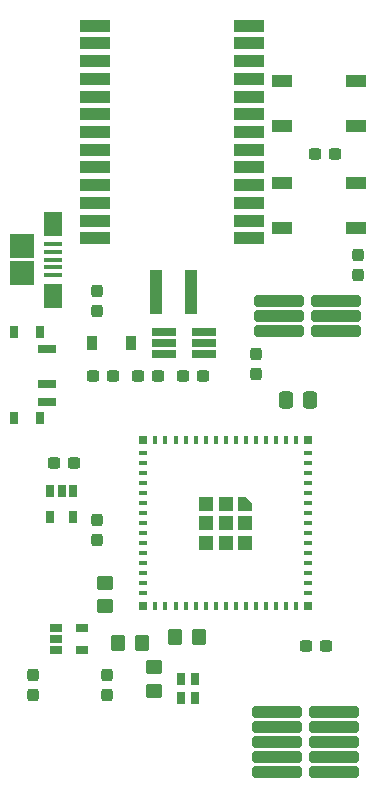
<source format=gbr>
%TF.GenerationSoftware,KiCad,Pcbnew,6.0.7-f9a2dced07~116~ubuntu20.04.1*%
%TF.CreationDate,2022-09-04T18:40:54+02:00*%
%TF.ProjectId,USBRadio,55534252-6164-4696-9f2e-6b696361645f,rev?*%
%TF.SameCoordinates,Original*%
%TF.FileFunction,Paste,Top*%
%TF.FilePolarity,Positive*%
%FSLAX46Y46*%
G04 Gerber Fmt 4.6, Leading zero omitted, Abs format (unit mm)*
G04 Created by KiCad (PCBNEW 6.0.7-f9a2dced07~116~ubuntu20.04.1) date 2022-09-04 18:40:54*
%MOMM*%
%LPD*%
G01*
G04 APERTURE LIST*
G04 Aperture macros list*
%AMRoundRect*
0 Rectangle with rounded corners*
0 $1 Rounding radius*
0 $2 $3 $4 $5 $6 $7 $8 $9 X,Y pos of 4 corners*
0 Add a 4 corners polygon primitive as box body*
4,1,4,$2,$3,$4,$5,$6,$7,$8,$9,$2,$3,0*
0 Add four circle primitives for the rounded corners*
1,1,$1+$1,$2,$3*
1,1,$1+$1,$4,$5*
1,1,$1+$1,$6,$7*
1,1,$1+$1,$8,$9*
0 Add four rect primitives between the rounded corners*
20,1,$1+$1,$2,$3,$4,$5,0*
20,1,$1+$1,$4,$5,$6,$7,0*
20,1,$1+$1,$6,$7,$8,$9,0*
20,1,$1+$1,$8,$9,$2,$3,0*%
%AMFreePoly0*
4,1,6,0.600000,-0.600000,-0.600000,-0.600000,-0.600000,0.000000,0.000000,0.600000,0.600000,0.600000,0.600000,-0.600000,0.600000,-0.600000,$1*%
G04 Aperture macros list end*
%ADD10R,0.720000X1.000000*%
%ADD11RoundRect,0.250000X-0.450000X0.350000X-0.450000X-0.350000X0.450000X-0.350000X0.450000X0.350000X0*%
%ADD12RoundRect,0.250000X-0.350000X-0.450000X0.350000X-0.450000X0.350000X0.450000X-0.350000X0.450000X0*%
%ADD13RoundRect,0.237500X-0.300000X-0.237500X0.300000X-0.237500X0.300000X0.237500X-0.300000X0.237500X0*%
%ADD14RoundRect,0.237500X-0.237500X0.300000X-0.237500X-0.300000X0.237500X-0.300000X0.237500X0.300000X0*%
%ADD15RoundRect,0.237500X0.237500X-0.300000X0.237500X0.300000X-0.237500X0.300000X-0.237500X-0.300000X0*%
%ADD16R,1.650000X0.400000*%
%ADD17R,1.600000X2.100000*%
%ADD18R,2.000000X2.000000*%
%ADD19RoundRect,0.250000X0.450000X-0.350000X0.450000X0.350000X-0.450000X0.350000X-0.450000X-0.350000X0*%
%ADD20R,0.800000X1.000000*%
%ADD21R,1.500000X0.700000*%
%ADD22R,0.650000X1.060000*%
%ADD23R,1.060000X0.650000*%
%ADD24RoundRect,0.250000X0.350000X0.450000X-0.350000X0.450000X-0.350000X-0.450000X0.350000X-0.450000X0*%
%ADD25R,0.400000X0.800000*%
%ADD26R,0.800000X0.400000*%
%ADD27R,1.200000X1.200000*%
%ADD28R,0.800000X0.800000*%
%ADD29FreePoly0,270.000000*%
%ADD30R,0.900000X1.200000*%
%ADD31RoundRect,0.147059X1.952941X0.352941X-1.952941X0.352941X-1.952941X-0.352941X1.952941X-0.352941X0*%
%ADD32RoundRect,0.250000X1.850000X0.250000X-1.850000X0.250000X-1.850000X-0.250000X1.850000X-0.250000X0*%
%ADD33RoundRect,0.147059X-1.952941X-0.352941X1.952941X-0.352941X1.952941X0.352941X-1.952941X0.352941X0*%
%ADD34RoundRect,0.250000X-1.850000X-0.250000X1.850000X-0.250000X1.850000X0.250000X-1.850000X0.250000X0*%
%ADD35RoundRect,0.237500X0.300000X0.237500X-0.300000X0.237500X-0.300000X-0.237500X0.300000X-0.237500X0*%
%ADD36R,1.700000X1.000000*%
%ADD37R,2.000000X0.650000*%
%ADD38RoundRect,0.250000X-0.337500X-0.475000X0.337500X-0.475000X0.337500X0.475000X-0.337500X0.475000X0*%
%ADD39R,2.500000X1.100000*%
%ADD40R,1.100000X3.700000*%
G04 APERTURE END LIST*
D10*
%TO.C,D2*%
X121342000Y-91420000D03*
X121342000Y-93020000D03*
X120162000Y-93020000D03*
X120162000Y-91420000D03*
%TD*%
D11*
%TO.C,R5*%
X117856000Y-90456000D03*
X117856000Y-92456000D03*
%TD*%
D12*
%TO.C,R6*%
X114824000Y-88392000D03*
X116824000Y-88392000D03*
%TD*%
D13*
%TO.C,C1*%
X109373500Y-73152000D03*
X111098500Y-73152000D03*
%TD*%
D14*
%TO.C,C3*%
X113045200Y-77947060D03*
X113045200Y-79672060D03*
%TD*%
D15*
%TO.C,C8*%
X113873280Y-92789020D03*
X113873280Y-91064020D03*
%TD*%
D14*
%TO.C,C9*%
X107609640Y-91069100D03*
X107609640Y-92794100D03*
%TD*%
D16*
%TO.C,J1*%
X109285640Y-54632680D03*
X109285640Y-55282680D03*
X109285640Y-55932680D03*
X109285640Y-56582680D03*
X109285640Y-57232680D03*
D17*
X109320640Y-59032680D03*
D18*
X106720640Y-54782680D03*
D17*
X109335640Y-52882680D03*
D18*
X106720640Y-57082680D03*
%TD*%
D19*
%TO.C,R4*%
X113731040Y-85270960D03*
X113731040Y-83270960D03*
%TD*%
D20*
%TO.C,SW1*%
X108196600Y-69348360D03*
X108196600Y-62048360D03*
X105986600Y-62048360D03*
X105986600Y-69348360D03*
D21*
X108846600Y-63448360D03*
X108846600Y-66448360D03*
X108846600Y-67948360D03*
%TD*%
D22*
%TO.C,U2*%
X110998000Y-75524000D03*
X110048000Y-75524000D03*
X109098000Y-75524000D03*
X109098000Y-77724000D03*
X110998000Y-77724000D03*
%TD*%
D23*
%TO.C,U4*%
X109588120Y-87110640D03*
X109588120Y-88060640D03*
X109588120Y-89010640D03*
X111788120Y-89010640D03*
X111788120Y-87110640D03*
%TD*%
D24*
%TO.C,R1*%
X121650000Y-87884000D03*
X119650000Y-87884000D03*
%TD*%
D25*
%TO.C,U5*%
X129892000Y-71232000D03*
X129042000Y-71232000D03*
X128192000Y-71232000D03*
X127342000Y-71232000D03*
X126492000Y-71232000D03*
X125642000Y-71232000D03*
X124792000Y-71232000D03*
X123942000Y-71232000D03*
X123092000Y-71232000D03*
X122242000Y-71232000D03*
X121392000Y-71232000D03*
X120542000Y-71232000D03*
X119692000Y-71232000D03*
X118842000Y-71232000D03*
X117992000Y-71232000D03*
D26*
X116942000Y-72282000D03*
X116942000Y-73132000D03*
X116942000Y-73982000D03*
X116942000Y-74832000D03*
X116942000Y-75682000D03*
X116942000Y-76532000D03*
X116942000Y-77382000D03*
X116942000Y-78232000D03*
X116942000Y-79082000D03*
X116942000Y-79932000D03*
X116942000Y-80782000D03*
X116942000Y-81632000D03*
X116942000Y-82482000D03*
X116942000Y-83332000D03*
X116942000Y-84182000D03*
D25*
X117992000Y-85232000D03*
X118842000Y-85232000D03*
X119692000Y-85232000D03*
X120542000Y-85232000D03*
X121392000Y-85232000D03*
X122242000Y-85232000D03*
X123092000Y-85232000D03*
X123942000Y-85232000D03*
X124792000Y-85232000D03*
X125642000Y-85232000D03*
X126492000Y-85232000D03*
X127342000Y-85232000D03*
X128192000Y-85232000D03*
X129042000Y-85232000D03*
X129892000Y-85232000D03*
D26*
X130942000Y-80782000D03*
X130942000Y-84182000D03*
D27*
X123942000Y-79882000D03*
X125592000Y-78232000D03*
D26*
X130942000Y-73132000D03*
X130942000Y-74832000D03*
D28*
X116942000Y-85232000D03*
X130942000Y-85232000D03*
D26*
X130942000Y-77382000D03*
D27*
X125592000Y-79882000D03*
D26*
X130942000Y-73982000D03*
X130942000Y-72282000D03*
D27*
X122292000Y-78232000D03*
X122292000Y-76582000D03*
X123942000Y-76582000D03*
X123942000Y-78232000D03*
D28*
X130942000Y-71232000D03*
D26*
X130942000Y-79932000D03*
X130942000Y-78232000D03*
D27*
X122292000Y-79882000D03*
D26*
X130942000Y-83332000D03*
D28*
X116942000Y-71232000D03*
D26*
X130942000Y-82482000D03*
X130942000Y-75682000D03*
D29*
X125592000Y-76582000D03*
D26*
X130942000Y-79082000D03*
X130942000Y-76532000D03*
X130942000Y-81632000D03*
%TD*%
D30*
%TO.C,D1*%
X112650000Y-62992000D03*
X115950000Y-62992000D03*
%TD*%
D31*
%TO.C,J4*%
X133096000Y-99314000D03*
D32*
X128270000Y-99314000D03*
X133096000Y-98044000D03*
X128270000Y-98044000D03*
X133096000Y-96774000D03*
X128270000Y-96774000D03*
X133096000Y-95504000D03*
X128270000Y-95504000D03*
X133096000Y-94234000D03*
X128270000Y-94234000D03*
%TD*%
D13*
%TO.C,R8*%
X130709500Y-88646000D03*
X132434500Y-88646000D03*
%TD*%
D33*
%TO.C,J2*%
X128432000Y-59436000D03*
D34*
X133258000Y-59436000D03*
X128432000Y-60706000D03*
X133258000Y-60706000D03*
X128432000Y-61976000D03*
X133258000Y-61976000D03*
%TD*%
D35*
%TO.C,C14*%
X122020500Y-65786000D03*
X120295500Y-65786000D03*
%TD*%
D36*
%TO.C,SW4*%
X134976000Y-40772000D03*
X128676000Y-40772000D03*
X134976000Y-44572000D03*
X128676000Y-44572000D03*
%TD*%
D37*
%TO.C,U1*%
X118686000Y-62042000D03*
X118686000Y-62992000D03*
X118686000Y-63942000D03*
X122106000Y-63942000D03*
X122106000Y-62992000D03*
X122106000Y-62042000D03*
%TD*%
D38*
%TO.C,C12*%
X129010500Y-67818000D03*
X131085500Y-67818000D03*
%TD*%
D39*
%TO.C,U6*%
X112880000Y-36118000D03*
X112880000Y-37618000D03*
X112880000Y-39118000D03*
X112880000Y-40618000D03*
X112880000Y-42118000D03*
X112880000Y-43618000D03*
X112880000Y-45118000D03*
X112880000Y-46618000D03*
X112880000Y-48118000D03*
X112880000Y-49618000D03*
X112880000Y-51118000D03*
X112880000Y-52618000D03*
X112880000Y-54118000D03*
X125880000Y-54118000D03*
X125880000Y-52618000D03*
X125880000Y-51118000D03*
X125880000Y-49618000D03*
X125880000Y-48118000D03*
X125880000Y-46618000D03*
X125880000Y-45118000D03*
X125880000Y-43618000D03*
X125880000Y-42118000D03*
X125880000Y-40618000D03*
X125880000Y-39118000D03*
X125880000Y-37618000D03*
X125880000Y-36118000D03*
%TD*%
D35*
%TO.C,R3*%
X118210500Y-65786000D03*
X116485500Y-65786000D03*
%TD*%
D36*
%TO.C,SW5*%
X134976000Y-49408000D03*
X128676000Y-49408000D03*
X134976000Y-53208000D03*
X128676000Y-53208000D03*
%TD*%
D15*
%TO.C,C2*%
X135128000Y-57250500D03*
X135128000Y-55525500D03*
%TD*%
D35*
%TO.C,R7*%
X133196500Y-46990000D03*
X131471500Y-46990000D03*
%TD*%
D15*
%TO.C,C13*%
X126492000Y-65632500D03*
X126492000Y-63907500D03*
%TD*%
D40*
%TO.C,L1*%
X121000000Y-58674000D03*
X118000000Y-58674000D03*
%TD*%
D15*
%TO.C,C4*%
X113030000Y-60298500D03*
X113030000Y-58573500D03*
%TD*%
D35*
%TO.C,R2*%
X114400500Y-65786000D03*
X112675500Y-65786000D03*
%TD*%
M02*

</source>
